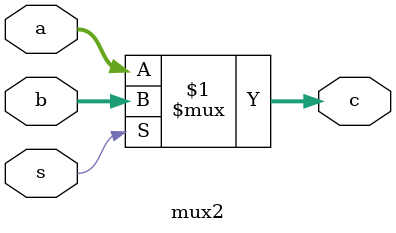
<source format=v>
module mux2 #(parameter WIDTH = 32)(
    input wire [WIDTH-1:0] a,
    input wire [WIDTH-1:0] b,
    input wire s,
    output wire[WIDTH-1:0] c
    );
    assign  c = s ? b : a;
endmodule

</source>
